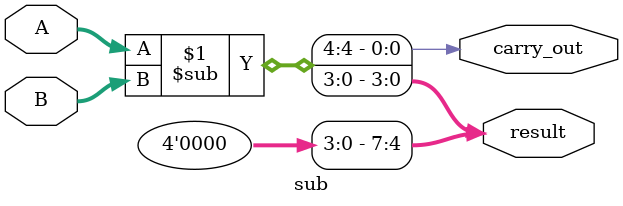
<source format=v>
module sub #(parameter WIDTH = 4) (
    input [WIDTH-1:0] A, B,
    output [2*WIDTH-1:0] result,
    output carry_out  // Borrow flag
);
    assign {carry_out, result[WIDTH-1:0]} = A - B;  // Sub with borrow
    assign result[2*WIDTH-1:WIDTH] = 0;
endmodule
</source>
